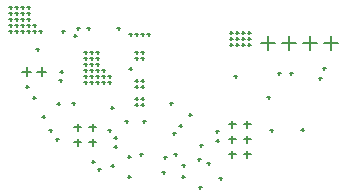
<source format=gbr>
G04 Layer_Color=128*
%FSLAX25Y25*%
%MOIN*%
%TF.FileFunction,Drillmap*%
%TF.Part,Single*%
G01*
G75*
%ADD84C,0.00500*%
D84*
X342720Y265000D02*
X345082D01*
X343901Y263819D02*
Y266181D01*
X342720Y260000D02*
X345082D01*
X343901Y258819D02*
Y261181D01*
X337720Y265000D02*
X340082D01*
X338901Y263819D02*
Y266181D01*
X337720Y260000D02*
X340082D01*
X338901Y258819D02*
Y261181D01*
X394220Y256000D02*
X396582D01*
X395401Y254819D02*
Y257181D01*
X389220Y256000D02*
X391582D01*
X390401Y254819D02*
Y257181D01*
X394220Y261000D02*
X396582D01*
X395401Y259819D02*
Y262181D01*
X389220Y261000D02*
X391582D01*
X390401Y259819D02*
Y262181D01*
X394220Y266000D02*
X396582D01*
X395401Y264819D02*
Y267181D01*
X389220Y266000D02*
X391582D01*
X390401Y264819D02*
Y267181D01*
X325417Y283500D02*
X328370D01*
X326894Y282024D02*
Y284976D01*
X320417Y283500D02*
X323370D01*
X321894Y282024D02*
Y284976D01*
X421032Y293000D02*
X425756D01*
X423394Y290638D02*
Y295362D01*
X414032Y293000D02*
X418756D01*
X416394Y290638D02*
Y295362D01*
X407031Y293000D02*
X411756D01*
X409394Y290638D02*
Y295362D01*
X400032Y293000D02*
X404756D01*
X402394Y290638D02*
Y295362D01*
X349000Y264000D02*
X350000D01*
X349500Y263500D02*
Y264500D01*
X351000Y261500D02*
X352000D01*
X351500Y261000D02*
Y262000D01*
X331500Y261000D02*
X332500D01*
X332000Y260500D02*
Y261500D01*
X332799Y280701D02*
X333799D01*
X333299Y280201D02*
Y281201D01*
X333000Y283500D02*
X334000D01*
X333500Y283000D02*
Y284000D01*
X343000Y280000D02*
X344000D01*
X343500Y279500D02*
Y280500D01*
X345000Y280000D02*
X346000D01*
X345500Y279500D02*
Y280500D01*
X345000Y282000D02*
X346000D01*
X345500Y281500D02*
Y282500D01*
X343000Y282000D02*
X344000D01*
X343500Y281500D02*
Y282500D01*
X329327Y264000D02*
X330327D01*
X329827Y263500D02*
Y264500D01*
X332000Y272827D02*
X333000D01*
X332500Y272327D02*
Y273327D01*
X338500Y298000D02*
X339500D01*
X339000Y297500D02*
Y298500D01*
X333500Y297000D02*
X334500D01*
X334000Y296500D02*
Y297500D01*
X369500Y273000D02*
X370500D01*
X370000Y272500D02*
Y273500D01*
X389500Y292500D02*
X390500D01*
X390000Y292000D02*
Y293000D01*
X391500Y292500D02*
X392500D01*
X392000Y292000D02*
Y293000D01*
X393500Y292500D02*
X394500D01*
X394000Y292000D02*
Y293000D01*
X395500Y292500D02*
X396500D01*
X396000Y292000D02*
Y293000D01*
X393500Y296500D02*
X394500D01*
X394000Y296000D02*
Y297000D01*
X391500Y296500D02*
X392500D01*
X392000Y296000D02*
Y297000D01*
X395500Y296500D02*
X396500D01*
X396000Y296000D02*
Y297000D01*
X337000Y273000D02*
X338000D01*
X337500Y272500D02*
Y273500D01*
X371000Y256000D02*
X372000D01*
X371500Y255500D02*
Y256500D01*
X378890Y254340D02*
X379890D01*
X379390Y253840D02*
Y254840D01*
X379173Y245000D02*
X380173D01*
X379673Y244500D02*
Y245500D01*
X345500Y251000D02*
X346500D01*
X346000Y250500D02*
Y251500D01*
X355500Y248500D02*
X356500D01*
X356000Y248000D02*
Y249000D01*
X403000Y264000D02*
X404000D01*
X403500Y263500D02*
Y264500D01*
X419173Y281327D02*
X420173D01*
X419673Y280827D02*
Y281827D01*
X402000Y275000D02*
X403000D01*
X402500Y274500D02*
Y275500D01*
X420500Y284673D02*
X421500D01*
X421000Y284173D02*
Y285173D01*
X372779Y265534D02*
X373780D01*
X373280Y265034D02*
Y266034D01*
X384904Y263596D02*
X385904D01*
X385404Y263096D02*
Y264096D01*
X360500Y267000D02*
X361500D01*
X361000Y266500D02*
Y267500D01*
X343500Y253500D02*
X344500D01*
X344000Y253000D02*
Y254000D01*
X379500Y259000D02*
X380500D01*
X380000Y258500D02*
Y259500D01*
X350000Y252173D02*
X351000D01*
X350500Y251673D02*
Y252673D01*
X367500Y255000D02*
X368500D01*
X368000Y254500D02*
Y255500D01*
X359500Y256000D02*
X360500D01*
X360000Y255500D02*
Y256500D01*
X355602Y255102D02*
X356602D01*
X356102Y254602D02*
Y255602D01*
X351000Y258500D02*
X352000D01*
X351500Y258000D02*
Y259000D01*
X354673Y267000D02*
X355673D01*
X355173Y266500D02*
Y267500D01*
X349921Y271421D02*
X350921D01*
X350421Y270921D02*
Y271921D01*
X358000Y272500D02*
X359000D01*
X358500Y272000D02*
Y273000D01*
X367000Y250000D02*
X368000D01*
X367500Y249500D02*
Y250500D01*
X373500Y248500D02*
X374500D01*
X374000Y248000D02*
Y249000D01*
X385000Y260500D02*
X386000D01*
X385500Y260000D02*
Y261000D01*
X373740Y252240D02*
X374740D01*
X374240Y251740D02*
Y252740D01*
X386000Y248000D02*
X387000D01*
X386500Y247500D02*
Y248500D01*
X370500Y263000D02*
X371500D01*
X371000Y262500D02*
Y263500D01*
X382059Y252941D02*
X383059D01*
X382559Y252441D02*
Y253441D01*
X375941Y269059D02*
X376941D01*
X376441Y268559D02*
Y269559D01*
X327000Y268500D02*
X328000D01*
X327500Y268000D02*
Y269000D01*
X405500Y283000D02*
X406500D01*
X406000Y282500D02*
Y283500D01*
X409500Y283000D02*
X410500D01*
X410000Y282500D02*
Y283500D01*
X389500Y296500D02*
X390500D01*
X390000Y296000D02*
Y297000D01*
X395500Y294500D02*
X396500D01*
X396000Y294000D02*
Y295000D01*
X393500Y294500D02*
X394500D01*
X394000Y294000D02*
Y295000D01*
X391500Y294500D02*
X392500D01*
X392000Y294000D02*
Y295000D01*
X389500Y294500D02*
X390500D01*
X390000Y294000D02*
Y295000D01*
X358000Y296000D02*
X359000D01*
X358500Y295500D02*
Y296500D01*
X356000Y296000D02*
X357000D01*
X356500Y295500D02*
Y296500D01*
X360000Y296000D02*
X361000D01*
X360500Y295500D02*
Y296500D01*
X362000Y295909D02*
X363000D01*
X362500Y295409D02*
Y296409D01*
X321500Y278500D02*
X322500D01*
X322000Y278000D02*
Y279000D01*
X323827Y274827D02*
X324827D01*
X324327Y274327D02*
Y275327D01*
X391000Y282000D02*
X392000D01*
X391500Y281500D02*
Y282500D01*
X341000Y280000D02*
X342000D01*
X341500Y279500D02*
Y280500D01*
X347000Y280000D02*
X348000D01*
X347500Y279500D02*
Y280500D01*
X349000Y280000D02*
X350000D01*
X349500Y279500D02*
Y280500D01*
X349000Y282000D02*
X350000D01*
X349500Y281500D02*
Y282500D01*
X347000Y282000D02*
X348000D01*
X347500Y281500D02*
Y282500D01*
X341000Y282000D02*
X342000D01*
X341500Y281500D02*
Y282500D01*
X341000Y284000D02*
X342000D01*
X341500Y283500D02*
Y284500D01*
X343000Y284000D02*
X344000D01*
X343500Y283500D02*
Y284500D01*
X347000Y284000D02*
X348000D01*
X347500Y283500D02*
Y284500D01*
X345000Y284000D02*
X346000D01*
X345500Y283500D02*
Y284500D01*
X345000Y286000D02*
X346000D01*
X345500Y285500D02*
Y286500D01*
X343000Y286000D02*
X344000D01*
X343500Y285500D02*
Y286500D01*
X341000Y286000D02*
X342000D01*
X341500Y285500D02*
Y286500D01*
X341000Y288000D02*
X342000D01*
X341500Y287500D02*
Y288500D01*
X343000Y288000D02*
X344000D01*
X343500Y287500D02*
Y288500D01*
X345000Y288000D02*
X346000D01*
X345500Y287500D02*
Y288500D01*
X345000Y290000D02*
X346000D01*
X345500Y289500D02*
Y290500D01*
X343000Y290000D02*
X344000D01*
X343500Y289500D02*
Y290500D01*
X341000Y290000D02*
X342000D01*
X341500Y289500D02*
Y290500D01*
X316000Y301000D02*
X317000D01*
X316500Y300500D02*
Y301500D01*
X316000Y303000D02*
X317000D01*
X316500Y302500D02*
Y303500D01*
X320000Y303000D02*
X321000D01*
X320500Y302500D02*
Y303500D01*
X320000Y305000D02*
X321000D01*
X320500Y304500D02*
Y305500D01*
X316000Y305000D02*
X317000D01*
X316500Y304500D02*
Y305500D01*
X337500Y295500D02*
X338500D01*
X338000Y295000D02*
Y296000D01*
X342000Y298000D02*
X343000D01*
X342500Y297500D02*
Y298500D01*
X356000Y284500D02*
X357000D01*
X356500Y284000D02*
Y285000D01*
X352000Y298000D02*
X353000D01*
X352500Y297500D02*
Y298500D01*
X358000Y274500D02*
X359000D01*
X358500Y274000D02*
Y275000D01*
X360000Y274500D02*
X361000D01*
X360500Y274000D02*
Y275000D01*
X360000Y272500D02*
X361000D01*
X360500Y272000D02*
Y273000D01*
X360000Y278500D02*
X361000D01*
X360500Y278000D02*
Y279000D01*
X358000Y278500D02*
X359000D01*
X358500Y278000D02*
Y279000D01*
X358000Y280500D02*
X359000D01*
X358500Y280000D02*
Y281000D01*
X360000Y280500D02*
X361000D01*
X360500Y280000D02*
Y281000D01*
X360000Y288000D02*
X361000D01*
X360500Y287500D02*
Y288500D01*
X358000Y288000D02*
X359000D01*
X358500Y287500D02*
Y288500D01*
X358000Y290000D02*
X359000D01*
X358500Y289500D02*
Y290500D01*
X360000Y290000D02*
X361000D01*
X360500Y289500D02*
Y290500D01*
X318000Y297000D02*
X319000D01*
X318500Y296500D02*
Y297500D01*
X320000Y297000D02*
X321000D01*
X320500Y296500D02*
Y297500D01*
X322000Y297000D02*
X323000D01*
X322500Y296500D02*
Y297500D01*
X326000Y297000D02*
X327000D01*
X326500Y296500D02*
Y297500D01*
X324000Y297000D02*
X325000D01*
X324500Y296500D02*
Y297500D01*
X324000Y299000D02*
X325000D01*
X324500Y298500D02*
Y299500D01*
X322000Y299000D02*
X323000D01*
X322500Y298500D02*
Y299500D01*
X320000Y299000D02*
X321000D01*
X320500Y298500D02*
Y299500D01*
X318000Y299000D02*
X319000D01*
X318500Y298500D02*
Y299500D01*
X322000Y301000D02*
X323000D01*
X322500Y300500D02*
Y301500D01*
X322000Y303000D02*
X323000D01*
X322500Y302500D02*
Y303500D01*
X322000Y305000D02*
X323000D01*
X322500Y304500D02*
Y305500D01*
X320000Y301000D02*
X321000D01*
X320500Y300500D02*
Y301500D01*
X318000Y301000D02*
X319000D01*
X318500Y300500D02*
Y301500D01*
X318000Y303000D02*
X319000D01*
X318500Y302500D02*
Y303500D01*
X318000Y305000D02*
X319000D01*
X318500Y304500D02*
Y305500D01*
X316000Y299000D02*
X317000D01*
X316500Y298500D02*
Y299500D01*
X325000Y291000D02*
X326000D01*
X325500Y290500D02*
Y291500D01*
X316000Y297000D02*
X317000D01*
X316500Y296500D02*
Y297500D01*
X413339Y264094D02*
X414339D01*
X413839Y263594D02*
Y264594D01*
%TF.MD5,EC14B7B6D31C5B86DE4EDD98D99676AD*%
M02*

</source>
